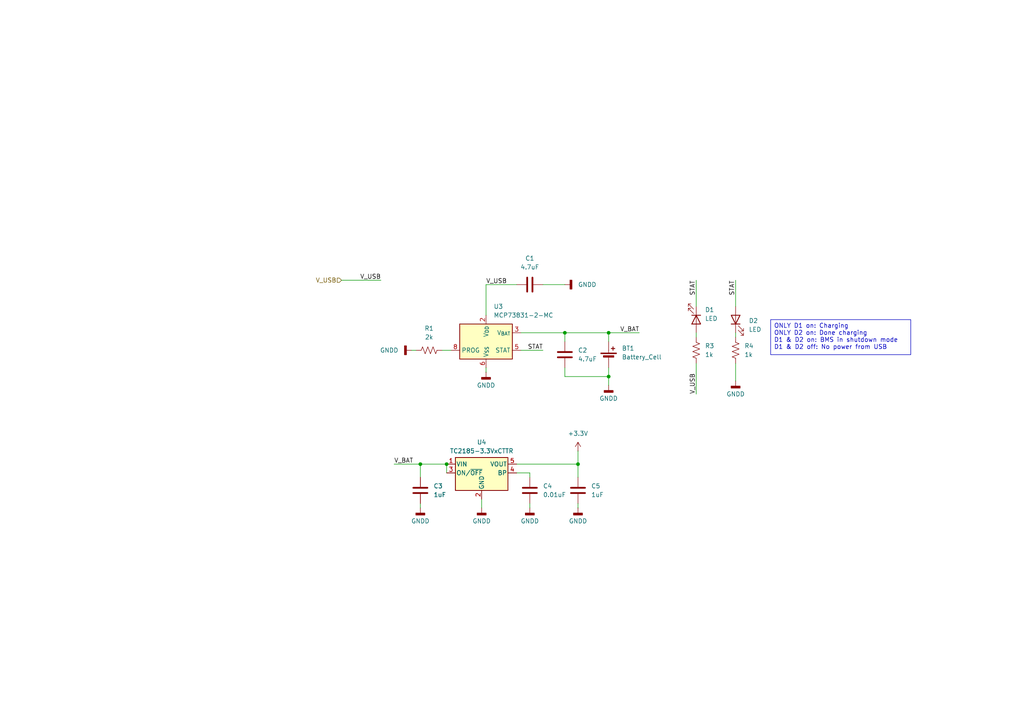
<source format=kicad_sch>
(kicad_sch (version 20231120) (generator "eeschema") (generator_version "8.0")
  (paper "A4")
  (lib_symbols
    (symbol "Battery_Management:MCP73831-2-MC"
      (property "Reference" "U" (at -7.62 6.35 0))
      (property "Value" "MCP73831-2-MC" (at 1.27 6.35 0))
      (symbol "MCP73831-2-MC_0_1"
        (rectangle (start -7.62 5.08) (end 7.62 -5.08) (stroke (width 0.254)) (fill (type background)))
      )
      (symbol "MCP73831-2-MC_1_1"
        (pin passive line (at 0 7.62 270) (length 2.54) hide (name "V_{DD}") (number "1"))
        (pin power_in line (at 0 7.62 270) (length 2.54) (name "V_{DD}") (number "2"))
        (pin power_out line (at 10.16 2.54 180) (length 2.54) (name "V_{BAT}") (number "3"))
        (pin passive line (at 10.16 2.54 180) (length 2.54) hide (name "V_{BAT}") (number "4"))
        (pin tri_state line (at 10.16 -2.54 180) (length 2.54) (name "STAT") (number "5"))
        (pin power_in line (at 0 -7.62 90) (length 2.54) (name "V_{SS}") (number "6"))
        (pin no_connect line (at -7.62 2.54 0) (length 2.54) hide (name "NC") (number "7"))
        (pin input line (at -10.16 -2.54 0) (length 2.54) (name "PROG") (number "8"))
      )
    )
    (symbol "Device:Battery_Cell" (pin_numbers hide) (pin_names (offset 0) hide)
      (property "Reference" "BT" (at 2.54 2.54 0))
      (property "Value" "Battery_Cell" (at 2.54 0 0))
      (symbol "Battery_Cell_0_1"
        (rectangle (start -2.286 1.778) (end 2.286 1.524) (fill (type outline)))
        (rectangle (start -1.524 1.016) (end 1.524 0.508) (fill (type outline)))
        (polyline (pts (xy 0 0.762) (xy 0 0)))
        (polyline (pts (xy 0 1.778) (xy 0 2.54)))
        (polyline (pts (xy 0.762 3.048) (xy 1.778 3.048)) (stroke (width 0.254)))
        (polyline (pts (xy 1.27 3.556) (xy 1.27 2.54)) (stroke (width 0.254)))
      )
      (symbol "Battery_Cell_1_1"
        (pin passive line (at 0 5.08 270) (length 2.54) (name "+") (number "1"))
        (pin passive line (at 0 -2.54 90) (length 2.54) (name "-") (number "2"))
      )
    )
    (symbol "Device:C" (pin_numbers hide) (pin_names (offset 0.254))
      (property "Reference" "C" (at 0.635 2.54 0))
      (property "Value" "C" (at 0.635 -2.54 0))
      (symbol "C_0_1"
        (polyline (pts (xy -2.032 -0.762) (xy 2.032 -0.762)) (stroke (width 0.508)))
        (polyline (pts (xy -2.032 0.762) (xy 2.032 0.762)) (stroke (width 0.508)))
      )
      (symbol "C_1_1"
        (pin passive line (at 0 3.81 270) (length 2.794) (name "~") (number "1"))
        (pin passive line (at 0 -3.81 90) (length 2.794) (name "~") (number "2"))
      )
    )
    (symbol "Device:LED" (pin_numbers hide) (pin_names (offset 1.016) hide)
      (property "Reference" "D" (at 0 2.54 0))
      (property "Value" "LED" (at 0 -2.54 0))
      (symbol "LED_0_1"
        (polyline (pts (xy -1.27 -1.27) (xy -1.27 1.27)) (stroke (width 0.254)))
        (polyline (pts (xy -1.27 0) (xy 1.27 0)))
        (polyline (pts (xy 1.27 -1.27) (xy 1.27 1.27) (xy -1.27 0) (xy 1.27 -1.27)) (stroke (width 0.254)))
        (polyline (pts (xy -3.048 -0.762) (xy -4.572 -2.286) (xy -3.81 -2.286) (xy -4.572 -2.286) (xy -4.572 -1.524)))
        (polyline (pts (xy -1.778 -0.762) (xy -3.302 -2.286) (xy -2.54 -2.286) (xy -3.302 -2.286) (xy -3.302 -1.524)))
      )
      (symbol "LED_1_1"
        (pin passive line (at -3.81 0 0) (length 2.54) (name "K") (number "1"))
        (pin passive line (at 3.81 0 180) (length 2.54) (name "A") (number "2"))
      )
    )
    (symbol "Device:R_US" (pin_numbers hide) (pin_names (offset 0))
      (property "Reference" "R" (at 2.54 0 90))
      (property "Value" "R_US" (at -2.54 0 90))
      (symbol "R_US_0_1"
        (polyline (pts (xy 0 -2.286) (xy 0 -2.54)))
        (polyline (pts (xy 0 2.286) (xy 0 2.54)))
        (polyline (pts (xy 0 -0.762) (xy 1.016 -1.143) (xy 0 -1.524) (xy -1.016 -1.905) (xy 0 -2.286)))
        (polyline (pts (xy 0 0.762) (xy 1.016 0.381) (xy 0 0) (xy -1.016 -0.381) (xy 0 -0.762)))
        (polyline (pts (xy 0 2.286) (xy 1.016 1.905) (xy 0 1.524) (xy -1.016 1.143) (xy 0 0.762)))
      )
      (symbol "R_US_1_1"
        (pin passive line (at 0 3.81 270) (length 1.27) (name "~") (number "1"))
        (pin passive line (at 0 -3.81 90) (length 1.27) (name "~") (number "2"))
      )
    )
    (symbol "Regulator_Linear:TC2185-3.3VxCTTR" (pin_names (offset 0.254))
      (property "Reference" "U" (at -6.35 5.715 0))
      (property "Value" "TC2185-3.3VxCTTR" (at 0 5.715 0))
      (symbol "TC2185-3.3VxCTTR_0_1"
        (rectangle (start -7.62 -5.08) (end 7.62 4.445) (stroke (width 0.254)) (fill (type background)))
      )
      (symbol "TC2185-3.3VxCTTR_1_1"
        (pin power_in line (at -10.16 2.54 0) (length 2.54) (name "VIN") (number "1"))
        (pin power_in line (at 0 -7.62 90) (length 2.54) (name "GND") (number "2"))
        (pin input line (at -10.16 0 0) (length 2.54) (name "ON/~{OFF}") (number "3"))
        (pin input line (at 10.16 0 180) (length 2.54) (name "BP") (number "4"))
        (pin power_out line (at 10.16 2.54 180) (length 2.54) (name "VOUT") (number "5"))
      )
    )
    (symbol "power:+3.3V" (power) (pin_numbers hide) (pin_names (offset 0) hide)
      (property "Value" "+3.3V" (at 0 3.556 0))
      (symbol "+3.3V_0_1"
        (polyline (pts (xy -0.762 1.27) (xy 0 2.54)))
        (polyline (pts (xy 0 0) (xy 0 2.54)))
        (polyline (pts (xy 0 2.54) (xy 0.762 1.27)))
      )
      (symbol "+3.3V_1_1"
        (pin power_in line (at 0 0 90) (length 0) (name "~") (number "1"))
      )
    )
    (symbol "power:GNDD" (power) (pin_numbers hide) (pin_names (offset 0) hide)
      (property "Value" "GNDD" (at 0 -3.175 0))
      (symbol "GNDD_0_1"
        (rectangle (start -1.27 -1.524) (end 1.27 -2.032) (stroke (width 0.254)) (fill (type outline)))
        (polyline (pts (xy 0 0) (xy 0 -1.524)))
      )
      (symbol "GNDD_1_1"
        (pin power_in line (at 0 0 270) (length 0) (name "~") (number "1"))
      )
    )
  )
  (junction (at 167.64 134.62))
  (junction (at 176.53 96.52))
  (junction (at 163.83 96.52))
  (junction (at 129.54 134.62))
  (junction (at 176.53 109.22))
  (junction (at 121.92 134.62))
  (wire (pts (xy 201.93 81.28) (xy 201.93 88.9)))
  (wire (pts (xy 167.64 146.05) (xy 167.64 147.32)))
  (wire (pts (xy 140.97 82.55) (xy 140.97 91.44)))
  (wire (pts (xy 213.36 96.52) (xy 213.36 97.79)))
  (wire (pts (xy 201.93 96.52) (xy 201.93 97.79)))
  (wire (pts (xy 163.83 109.22) (xy 176.53 109.22)))
  (wire (pts (xy 201.93 114.3) (xy 201.93 105.41)))
  (wire (pts (xy 163.83 106.68) (xy 163.83 109.22)))
  (wire (pts (xy 176.53 106.68) (xy 176.53 109.22)))
  (wire (pts (xy 176.53 109.22) (xy 176.53 111.76)))
  (wire (pts (xy 129.54 134.62) (xy 129.54 137.16)))
  (wire (pts (xy 176.53 96.52) (xy 176.53 99.06)))
  (wire (pts (xy 121.92 146.05) (xy 121.92 147.32)))
  (wire (pts (xy 121.92 138.43) (xy 121.92 134.62)))
  (wire (pts (xy 121.92 134.62) (xy 129.54 134.62)))
  (wire (pts (xy 157.48 101.6) (xy 151.13 101.6)))
  (wire (pts (xy 167.64 134.62) (xy 167.64 138.43)))
  (wire (pts (xy 163.83 96.52) (xy 163.83 99.06)))
  (wire (pts (xy 128.27 101.6) (xy 130.81 101.6)))
  (wire (pts (xy 149.86 137.16) (xy 153.67 137.16)))
  (wire (pts (xy 167.64 130.81) (xy 167.64 134.62)))
  (wire (pts (xy 149.86 134.62) (xy 167.64 134.62)))
  (wire (pts (xy 151.13 96.52) (xy 163.83 96.52)))
  (wire (pts (xy 140.97 107.95) (xy 140.97 106.68)))
  (wire (pts (xy 114.3 134.62) (xy 121.92 134.62)))
  (wire (pts (xy 149.86 82.55) (xy 140.97 82.55)))
  (wire (pts (xy 176.53 96.52) (xy 185.42 96.52)))
  (wire (pts (xy 119.38 101.6) (xy 120.65 101.6)))
  (wire (pts (xy 139.7 147.32) (xy 139.7 144.78)))
  (wire (pts (xy 110.49 81.28) (xy 99.06 81.28)))
  (wire (pts (xy 213.36 81.28) (xy 213.36 88.9)))
  (wire (pts (xy 157.48 82.55) (xy 163.83 82.55)))
  (wire (pts (xy 213.36 105.41) (xy 213.36 110.49)))
  (wire (pts (xy 163.83 96.52) (xy 176.53 96.52)))
  (wire (pts (xy 153.67 137.16) (xy 153.67 138.43)))
  (wire (pts (xy 153.67 147.32) (xy 153.67 146.05)))
  (text_box "ONLY D1 on: Charging\nONLY D2 on: Done charging\nD1 & D2 on: BMS in shutdown mode\nD1 & D2 off: No power from USB" (at 223.52 92.71 0) (size 40.64 10.16) (effects (font (size 1.27 1.27)) (justify left top)))
  (label "STAT" (at 201.93 81.28 270))
  (label "V_BAT" (at 114.3 134.62 0))
  (label "V_USB" (at 140.97 82.55 0))
  (label "STAT" (at 213.36 81.28 270))
  (label "V_BAT" (at 185.42 96.52 180))
  (label "STAT" (at 157.48 101.6 180))
  (label "V_USB" (at 110.49 81.28 180))
  (label "V_USB" (at 201.93 114.3 90))
  (hierarchical_label "V_USB" (shape input) (at 99.06 81.28 180))
  (symbol (lib_id "power:GNDD") (at 167.64 147.32 0) (unit 1)
    (property "Reference" "#PWR017" (effects (hide yes)))
    (property "Value" "GNDD" (at 167.64 151.13 0))
    (property "Description" "Power symbol creates a global label with name \"GNDD\" , digital ground" (effects (hide yes)))
  )
  (symbol (lib_id "Device:LED") (at 213.36 92.71 90) (unit 1)
    (property "Reference" "D2" (at 217.17 93.0274 90) (effects (justify right)))
    (property "Value" "LED" (at 217.17 95.5674 90) (effects (justify right)))
    (property "Footprint" "LED_SMD:LED_0603_1608Metric_Pad1.05x0.95mm_HandSolder" (effects (hide yes)))
    (property "Description" "Light emitting diode" (effects (hide yes)))
  )
  (symbol (lib_id "power:GNDD") (at 139.7 147.32 0) (unit 1)
    (property "Reference" "#PWR014" (effects (hide yes)))
    (property "Value" "GNDD" (at 139.7 151.13 0))
    (property "Description" "Power symbol creates a global label with name \"GNDD\" , digital ground" (effects (hide yes)))
  )
  (symbol (lib_id "power:GNDD") (at 140.97 107.95 0) (unit 1)
    (property "Reference" "#PWR05" (effects (hide yes)))
    (property "Value" "GNDD" (at 140.97 111.76 0))
    (property "Description" "Power symbol creates a global label with name \"GNDD\" , digital ground" (effects (hide yes)))
  )
  (symbol (lib_id "power:+3.3V") (at 167.64 130.81 0) (unit 1)
    (property "Reference" "#PWR018" (effects (hide yes)))
    (property "Value" "+3.3V" (at 167.64 125.73 0))
    (property "Description" "Power symbol creates a global label with name \"+3.3V\"" (effects (hide yes)))
  )
  (symbol (lib_id "power:GNDD") (at 119.38 101.6 270) (unit 1)
    (property "Reference" "#PWR010" (effects (hide yes)))
    (property "Value" "GNDD" (at 115.57 101.5999 90) (effects (justify right)))
    (property "Description" "Power symbol creates a global label with name \"GNDD\" , digital ground" (effects (hide yes)))
  )
  (symbol (lib_id "Device:C") (at 121.92 142.24 0) (unit 1)
    (property "Reference" "C3" (at 125.73 140.9699 0) (effects (justify left)))
    (property "Value" "1uF" (at 125.73 143.5099 0) (effects (justify left)))
    (property "Footprint" "Capacitor_SMD:C_0603_1608Metric_Pad1.08x0.95mm_HandSolder" (effects (hide yes)))
    (property "Description" "Unpolarized capacitor" (effects (hide yes)))
  )
  (symbol (lib_id "power:GNDD") (at 121.92 147.32 0) (unit 1)
    (property "Reference" "#PWR015" (effects (hide yes)))
    (property "Value" "GNDD" (at 121.92 151.13 0))
    (property "Description" "Power symbol creates a global label with name \"GNDD\" , digital ground" (effects (hide yes)))
  )
  (symbol (lib_id "Device:C") (at 153.67 142.24 0) (unit 1)
    (property "Reference" "C4" (at 157.48 140.9699 0) (effects (justify left)))
    (property "Value" "0.01uF" (at 157.48 143.5099 0) (effects (justify left)))
    (property "Footprint" "Capacitor_SMD:C_0603_1608Metric_Pad1.08x0.95mm_HandSolder" (effects (hide yes)))
    (property "Description" "Unpolarized capacitor" (effects (hide yes)))
  )
  (symbol (lib_id "Device:C") (at 167.64 142.24 0) (unit 1)
    (property "Reference" "C5" (at 171.45 140.9699 0) (effects (justify left)))
    (property "Value" "1uF" (at 171.45 143.5099 0) (effects (justify left)))
    (property "Footprint" "Capacitor_SMD:C_0603_1608Metric_Pad1.08x0.95mm_HandSolder" (effects (hide yes)))
    (property "Description" "Unpolarized capacitor" (effects (hide yes)))
  )
  (symbol (lib_id "power:GNDD") (at 153.67 147.32 0) (unit 1)
    (property "Reference" "#PWR016" (effects (hide yes)))
    (property "Value" "GNDD" (at 153.67 151.13 0))
    (property "Description" "Power symbol creates a global label with name \"GNDD\" , digital ground" (effects (hide yes)))
  )
  (symbol (lib_id "power:GNDD") (at 213.36 110.49 0) (unit 1)
    (property "Reference" "#PWR012" (effects (hide yes)))
    (property "Value" "GNDD" (at 213.36 114.3 0))
    (property "Description" "Power symbol creates a global label with name \"GNDD\" , digital ground" (effects (hide yes)))
  )
  (symbol (lib_id "Regulator_Linear:TC2185-3.3VxCTTR") (at 139.7 137.16 0) (unit 1)
    (property "Reference" "U4" (at 139.7 128.27 0))
    (property "Value" "TC2185-3.3VxCTTR" (at 139.7 130.81 0))
    (property "Footprint" "Package_TO_SOT_SMD:SOT-23-5" (effects (hide yes)))
    (property "Datasheet" "http://ww1.microchip.com/downloads/en/DeviceDoc/21662F.pdf" (effects (hide yes)))
    (property "Description" "3.3V 150mA CMOS LDO with Shutdown and Vref Bypass, SOT-23-5" (effects (hide yes)))
  )
  (symbol (lib_id "Battery_Management:MCP73831-2-MC") (at 140.97 99.06 0) (unit 1)
    (property "Reference" "U3" (at 143.1641 88.9 0) (effects (justify left)))
    (property "Value" "MCP73831-2-MC" (at 143.1641 91.44 0) (effects (justify left)))
    (property "Footprint" "Package_DFN_QFN:DFN-8-1EP_3x2mm_P0.5mm_EP1.7x1.4mm" (effects (hide yes)))
    (property "Datasheet" "http://ww1.microchip.com/downloads/en/DeviceDoc/20001984g.pdf" (effects (hide yes)))
    (property "Description" "Single cell, Li-Ion/Li-Po charge management controller, 4.20V, Tri-State Status Output, in DFN-8 package" (effects (hide yes)))
  )
  (symbol (lib_id "power:GNDD") (at 163.83 82.55 90) (unit 1)
    (property "Reference" "#PWR011" (effects (hide yes)))
    (property "Value" "GNDD" (at 167.64 82.5499 90) (effects (justify right)))
    (property "Description" "Power symbol creates a global label with name \"GNDD\" , digital ground" (effects (hide yes)))
  )
  (symbol (lib_id "Device:LED") (at 201.93 92.71 270) (unit 1)
    (property "Reference" "D1" (at 204.47 89.8524 90) (effects (justify left)))
    (property "Value" "LED" (at 204.47 92.3924 90) (effects (justify left)))
    (property "Footprint" "LED_SMD:LED_0603_1608Metric_Pad1.05x0.95mm_HandSolder" (effects (hide yes)))
    (property "Description" "Light emitting diode" (effects (hide yes)))
  )
  (symbol (lib_id "Device:C") (at 153.67 82.55 90) (unit 1)
    (property "Reference" "C1" (at 153.67 74.93 90))
    (property "Value" "4.7uF" (at 153.67 77.47 90))
    (property "Footprint" "Capacitor_SMD:C_0603_1608Metric_Pad1.08x0.95mm_HandSolder" (effects (hide yes)))
    (property "Description" "Unpolarized capacitor" (effects (hide yes)))
  )
  (symbol (lib_id "Device:Battery_Cell") (at 176.53 104.14 0) (unit 1)
    (property "Reference" "BT1" (at 180.34 101.0284 0) (effects (justify left)))
    (property "Value" "Battery_Cell" (at 180.34 103.5684 0) (effects (justify left)))
    (property "Footprint" "Battery:BatteryHolder_MPD_BH-18650-PC2" (effects (hide yes)))
    (property "Description" "Single-cell battery" (effects (hide yes)))
  )
  (symbol (lib_id "Device:R_US") (at 213.36 101.6 0) (unit 1)
    (property "Reference" "R4" (at 215.9 100.3299 0) (effects (justify left)))
    (property "Value" "1k" (at 215.9 102.8699 0) (effects (justify left)))
    (property "Footprint" "Resistor_SMD:R_0603_1608Metric_Pad0.98x0.95mm_HandSolder" (effects (hide yes)))
    (property "Description" "Resistor, US symbol" (effects (hide yes)))
  )
  (symbol (lib_id "Device:R_US") (at 201.93 101.6 0) (unit 1)
    (property "Reference" "R3" (at 204.47 100.3299 0) (effects (justify left)))
    (property "Value" "1k" (at 204.47 102.8699 0) (effects (justify left)))
    (property "Footprint" "Resistor_SMD:R_0603_1608Metric_Pad0.98x0.95mm_HandSolder" (effects (hide yes)))
    (property "Description" "Resistor, US symbol" (effects (hide yes)))
  )
  (symbol (lib_id "power:GNDD") (at 176.53 111.76 0) (unit 1)
    (property "Reference" "#PWR06" (effects (hide yes)))
    (property "Value" "GNDD" (at 176.53 115.57 0))
    (property "Description" "Power symbol creates a global label with name \"GNDD\" , digital ground" (effects (hide yes)))
  )
  (symbol (lib_id "Device:C") (at 163.83 102.87 0) (unit 1)
    (property "Reference" "C2" (at 167.64 101.5999 0) (effects (justify left)))
    (property "Value" "4.7uF" (at 167.64 104.1399 0) (effects (justify left)))
    (property "Footprint" "Capacitor_SMD:C_0603_1608Metric_Pad1.08x0.95mm_HandSolder" (effects (hide yes)))
    (property "Description" "Unpolarized capacitor" (effects (hide yes)))
  )
  (symbol (lib_id "Device:R_US") (at 124.46 101.6 270) (unit 1)
    (property "Reference" "R1" (at 124.46 95.25 90))
    (property "Value" "2k" (at 124.46 97.79 90))
    (property "Footprint" "Resistor_SMD:R_0603_1608Metric_Pad0.98x0.95mm_HandSolder" (effects (hide yes)))
    (property "Description" "Resistor, US symbol" (effects (hide yes)))
  )
)
</source>
